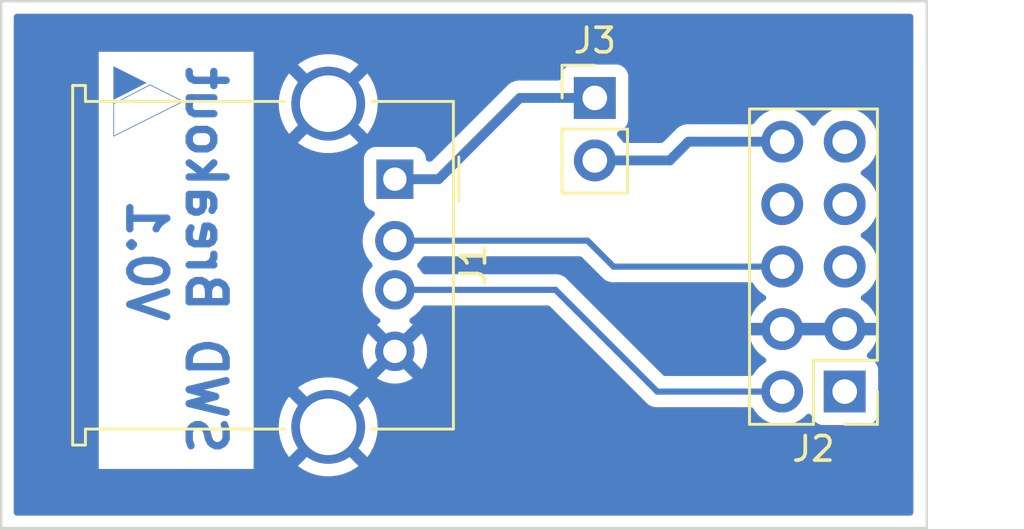
<source format=kicad_pcb>
(kicad_pcb (version 20211014) (generator pcbnew)
  (layers (0 "F.Cu" signal) (31 "B.Cu" signal) (34 "B.Paste" user) (35 "F.Paste" user) (36 "B.SilkS" user "B.Silkscreen") (37 "F.SilkS" user "F.Silkscreen") (38 "B.Mask" user) (39 "F.Mask" user) (44 "Edge.Cuts" user))
  (net 0 "")
  (net 4 "/GND")
  (net 5 "/Vbus")
  (net 6 "/SWCLK")
  (net 7 "/SWD")
  (net 10 "/VbusA")
  (footprint "Connector_PinHeader_2.54mm:PinHeader_2x05_P2.54mm_Vertical" (layer "F.Cu") (at 105.41 85.09 180)
    (fp_text reference "J2" (at 1.27 -2.33) (layer "F.SilkS"))
    (fp_text value "Conn_02x05_Odd_Even")
    (fp_line (start -1.33 1.27) (end -1.33 11.49) (layer "F.SilkS") (width 0.12))
    (fp_line (start 1.27 -1.33) (end 3.87 -1.33) (layer "F.SilkS") (width 0.12))
    (fp_line (start -1.33 1.27) (end 1.27 1.27) (layer "F.SilkS") (width 0.12))
    (fp_line (start 1.27 1.27) (end 1.27 -1.33) (layer "F.SilkS") (width 0.12))
    (fp_line (start -1.33 -1.33) (end 0 -1.33) (layer "F.SilkS") (width 0.12))
    (fp_line (start -1.33 0) (end -1.33 -1.33) (layer "F.SilkS") (width 0.12))
    (fp_line (start -1.33 11.49) (end 3.87 11.49) (layer "F.SilkS") (width 0.12))
    (fp_line (start 3.87 -1.33) (end 3.87 11.49) (layer "F.SilkS") (width 0.12))
    (pad "1" thru_hole rect (at 0 0 180) (size 1.7 1.7) (drill 1) (layers *.Cu *.Mask))
    (pad "2" thru_hole oval (at 2.54 0 180) (size 1.7 1.7) (drill 1) (layers *.Cu *.Mask) (net 7 "/SWD"))
    (pad "3" thru_hole oval (at 0 2.54 180) (size 1.7 1.7) (drill 1) (layers *.Cu *.Mask) (net 4 "/GND"))
    (pad "4" thru_hole oval (at 2.54 2.54 180) (size 1.7 1.7) (drill 1) (layers *.Cu *.Mask) (net 4 "/GND"))
    (pad "5" thru_hole oval (at 0 5.08 180) (size 1.7 1.7) (drill 1) (layers *.Cu *.Mask))
    (pad "6" thru_hole oval (at 2.54 5.08 180) (size 1.7 1.7) (drill 1) (layers *.Cu *.Mask) (net 6 "/SWCLK"))
    (pad "7" thru_hole oval (at 0 7.62 180) (size 1.7 1.7) (drill 1) (layers *.Cu *.Mask))
    (pad "8" thru_hole oval (at 2.54 7.62 180) (size 1.7 1.7) (drill 1) (layers *.Cu *.Mask))
    (pad "9" thru_hole oval (at 0 10.16 180) (size 1.7 1.7) (drill 1) (layers *.Cu *.Mask))
    (pad "10" thru_hole oval (at 2.54 10.16 180) (size 1.7 1.7) (drill 1) (layers *.Cu *.Mask) (net 10 "/VbusA"))
  )
  (footprint "Connector_USB:USB_A_Molex_67643_Horizontal" (layer "F.Cu") (at 87.122 76.454 -90)
    (fp_text reference "J1" (at 3.5 -3.19 90) (layer "F.SilkS"))
    (fp_text value "USB_A")
    (fp_line (start 10.81 13.1) (end 10.81 12.58) (layer "F.SilkS") (width 0.12))
    (fp_line (start 10.16 4.47) (end 10.16 12.58) (layer "F.SilkS") (width 0.12))
    (fp_line (start -3.16 -2.38) (end -3.16 0.95) (layer "F.SilkS") (width 0.12))
    (fp_line (start 10.81 12.58) (end 10.16 12.58) (layer "F.SilkS") (width 0.12))
    (fp_line (start -3.81 13.1) (end 10.81 13.1) (layer "F.SilkS") (width 0.12))
    (fp_line (start -3.16 12.58) (end -3.81 12.58) (layer "F.SilkS") (width 0.12))
    (fp_line (start -0.9 -2.6) (end 0.9 -2.6) (layer "F.SilkS") (width 0.12))
    (fp_line (start -3.16 12.58) (end -3.16 4.47) (layer "F.SilkS") (width 0.12))
    (fp_line (start -3.81 12.58) (end -3.81 13.1) (layer "F.SilkS") (width 0.12))
    (fp_line (start -3.16 -2.38) (end 10.16 -2.38) (layer "F.SilkS") (width 0.12))
    (fp_line (start 10.16 -2.38) (end 10.16 0.95) (layer "F.SilkS") (width 0.12))
    (pad "1" thru_hole rect (at 0 0 270) (size 1.6 1.5) (drill 0.95) (layers *.Cu *.Mask) (net 5 "/Vbus"))
    (pad "2" thru_hole circle (at 2.5 0 270) (size 1.6 1.6) (drill 0.95) (layers *.Cu *.Mask) (net 6 "/SWCLK"))
    (pad "3" thru_hole circle (at 4.5 0 270) (size 1.6 1.6) (drill 0.95) (layers *.Cu *.Mask) (net 7 "/SWD"))
    (pad "4" thru_hole circle (at 7 0 270) (size 1.6 1.6) (drill 0.95) (layers *.Cu *.Mask) (net 4 "/GND"))
    (pad "5" thru_hole circle (at -3.07 2.71 270) (size 3 3) (drill 2.3) (layers *.Cu *.Mask) (net 4 "/GND"))
    (pad "5" thru_hole circle (at 10.07 2.71 270) (size 3 3) (drill 2.3) (layers *.Cu *.Mask) (net 4 "/GND"))
  )
  (footprint "Connector_PinHeader_2.54mm:PinHeader_1x02_P2.54mm_Vertical" (layer "F.Cu") (at 95.25 73.152)
    (fp_text reference "J3" (at 0 -2.33) (layer "F.SilkS"))
    (fp_text value "Conn_01x02_Male")
    (fp_line (start -1.33 -1.33) (end 0 -1.33) (layer "F.SilkS") (width 0.12))
    (fp_line (start -1.33 1.27) (end -1.33 3.87) (layer "F.SilkS") (width 0.12))
    (fp_line (start 1.33 1.27) (end 1.33 3.87) (layer "F.SilkS") (width 0.12))
    (fp_line (start -1.33 3.87) (end 1.33 3.87) (layer "F.SilkS") (width 0.12))
    (fp_line (start -1.33 1.27) (end 1.33 1.27) (layer "F.SilkS") (width 0.12))
    (fp_line (start -1.33 0) (end -1.33 -1.33) (layer "F.SilkS") (width 0.12))
    (pad "1" thru_hole rect (at 0 0) (size 1.7 1.7) (drill 1) (layers *.Cu *.Mask) (net 5 "/Vbus"))
    (pad "2" thru_hole oval (at 0 2.54) (size 1.7 1.7) (drill 1) (layers *.Cu *.Mask) (net 10 "/VbusA"))
  )
  (gr_line (start 75.692 74.704222) (end 75.692 74.704222) (layer "B.Cu") (width 0.028222))
  (gr_line (start 75.692 74.704222) (end 75.692 73.382705) (layer "B.Cu") (width 0.028222))
  (gr_line (start 75.692 73.382705) (end 75.692 73.382705) (layer "B.Cu") (width 0.028222))
  (gr_line (start 77.170352 72.621176) (end 78.514222 73.293111) (layer "B.Cu") (width 0.028222))
  (gr_line (start 78.514222 73.293111) (end 75.692 74.704222) (layer "B.Cu") (width 0.028222))
  (gr_line (start 75.692 73.382705) (end 77.170352 72.621176) (layer "B.Cu") (width 0.028222))
  (gr_poly (pts (xy 77.002149 72.537074) (xy 75.692 73.211653) (xy 75.692 71.882) (xy 77.002149 72.537074)) (layer "B.Cu") (width 0.028222) (fill solid))
  (gr_rect (start 71.118856 69.220058) (end 108.744486 90.642392) (layer "Edge.Cuts") (width 0.1) (fill none))
  (gr_text "SWD Breakout\nV0.1" (at 78.232 79.756 270) (layer "B.Cu") (effects (font (size 1.5 1.5) (thickness 0.3)) (justify mirror)))
  (segment (start 87.122 76.454) (end 88.9 76.454) (width 0.4) (layer "B.Cu") (net 5))
  (segment (start 88.9 76.454) (end 92.202 73.152) (width 0.4) (layer "B.Cu") (net 5))
  (segment (start 92.202 73.152) (end 95.25 73.152) (width 0.4) (layer "B.Cu") (net 5))
  (segment (start 96.012 80.01) (end 94.956 78.954) (width 0.25) (layer "B.Cu") (net 6))
  (segment (start 102.87 80.01) (end 96.012 80.01) (width 0.25) (layer "B.Cu") (net 6))
  (segment (start 94.956 78.954) (end 87.122 78.954) (width 0.25) (layer "B.Cu") (net 6))
  (segment (start 87.122 80.954) (end 93.654 80.954) (width 0.25) (layer "B.Cu") (net 7))
  (segment (start 93.654 80.954) (end 97.79 85.09) (width 0.25) (layer "B.Cu") (net 7))
  (segment (start 97.79 85.09) (end 102.87 85.09) (width 0.25) (layer "B.Cu") (net 7))
  (segment (start 99.06 74.93) (end 102.87 74.93) (width 0.4) (layer "B.Cu") (net 10))
  (segment (start 95.25 75.692) (end 98.298 75.692) (width 0.4) (layer "B.Cu") (net 10))
  (segment (start 98.298 75.692) (end 99.06 74.93) (width 0.4) (layer "B.Cu") (net 10))
  (zone (net 4) (net_name "/GND") (layer "B.Cu") (connect_pads (clearance 0.508)) (min_thickness 0.254) (fill yes (thermal_gap 0.508) (thermal_bridge_width 0.508))
    (polygon (pts (xy 108.204 90.17) (xy 71.628 90.17) (xy 71.628 69.596) (xy 108.199924 69.66623)))
  )
)
</source>
